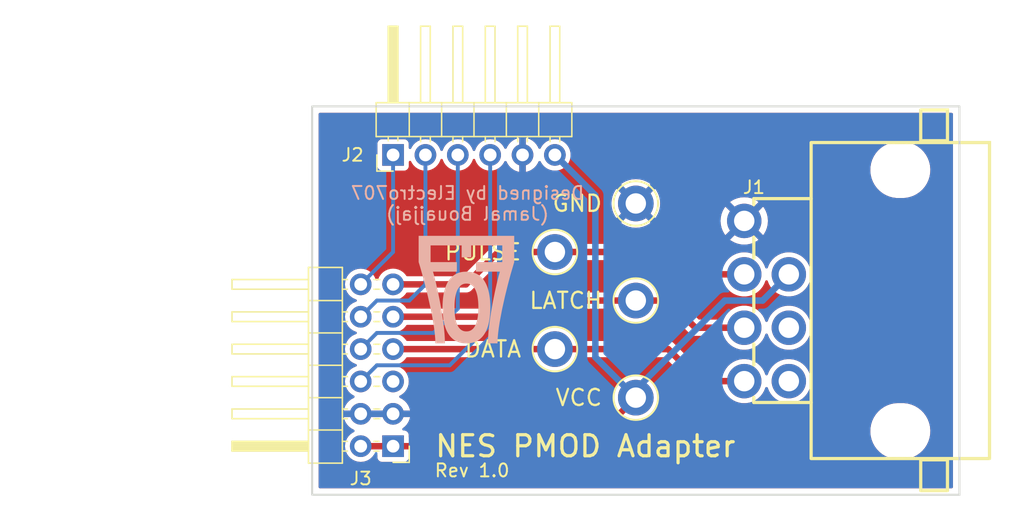
<source format=kicad_pcb>
(kicad_pcb (version 20221018) (generator pcbnew)
  (layers (0 "F.Cu" signal) (31 "B.Cu" signal) (34 "B.Paste" user) (35 "F.Paste" user) (36 "B.SilkS" user "B.Silkscreen") (37 "F.SilkS" user "F.Silkscreen") (38 "B.Mask" user) (39 "F.Mask" user) (44 "Edge.Cuts" user))
  (net 0 "")
  (net 1 "GND")
  (net 2 "/C_PULSE")
  (net 3 "/C_LATCH")
  (net 4 "/C_DATA")
  (net 7 "VCC")
  (net 8 "Net-(J2-Pin_1)")
  (net 9 "Net-(J2-Pin_2)")
  (net 10 "Net-(J2-Pin_3)")
  (net 11 "Net-(J2-Pin_4)")
  (footprint "TestPoint:TestPoint_Keystone_5005-5009_Compact" (layer "F.Cu") (at 116.84 50.8)
    (fp_text reference "TP4" hide)
    (fp_text value "TestPoint")
    (fp_circle (center 0 0) (end 1.75 0) (stroke (width 0.15)) (fill none) (layer "F.SilkS"))
    (pad "1" thru_hole circle (at 0 0) (size 2.8 2.8) (drill 1.6) (layers "*.Cu" "*.Mask") (net 1 "GND"))
  )
  (footprint "TestPoint:TestPoint_Keystone_5005-5009_Compact" (layer "F.Cu") (at 110.49 54.61)
    (fp_text reference "TP2" hide)
    (fp_text value "TestPoint")
    (fp_circle (center 0 0) (end 1.75 0) (stroke (width 0.15)) (fill none) (layer "F.SilkS"))
    (pad "1" thru_hole circle (at 0 0) (size 2.8 2.8) (drill 1.6) (layers "*.Cu" "*.Mask") (net 2 "/C_PULSE"))
  )
  (footprint "Connector_PinHeader_2.54mm:PinHeader_1x06_P2.54mm_Horizontal" (layer "F.Cu") (at 97.79 46.99 90)
    (fp_text reference "J2" (at 0 -3.175 180) (layer "F.SilkS"))
    (fp_text value "Conn_01x06")
    (fp_line (start -1.27 -1.27) (end 0 -1.27) (stroke (width 0.12)) (layer "F.SilkS"))
    (fp_line (start -1.27 0) (end -1.27 -1.27) (stroke (width 0.12)) (layer "F.SilkS"))
    (fp_line (start 1.042929 2.16) (end 1.44 2.16) (stroke (width 0.12)) (layer "F.SilkS"))
    (fp_line (start 1.042929 2.92) (end 1.44 2.92) (stroke (width 0.12)) (layer "F.SilkS"))
    (fp_line (start 1.042929 4.7) (end 1.44 4.7) (stroke (width 0.12)) (layer "F.SilkS"))
    (fp_line (start 1.042929 5.46) (end 1.44 5.46) (stroke (width 0.12)) (layer "F.SilkS"))
    (fp_line (start 1.042929 7.24) (end 1.44 7.24) (stroke (width 0.12)) (layer "F.SilkS"))
    (fp_line (start 1.042929 8) (end 1.44 8) (stroke (width 0.12)) (layer "F.SilkS"))
    (fp_line (start 1.042929 9.78) (end 1.44 9.78) (stroke (width 0.12)) (layer "F.SilkS"))
    (fp_line (start 1.042929 10.54) (end 1.44 10.54) (stroke (width 0.12)) (layer "F.SilkS"))
    (fp_line (start 1.042929 12.32) (end 1.44 12.32) (stroke (width 0.12)) (layer "F.SilkS"))
    (fp_line (start 1.042929 13.08) (end 1.44 13.08) (stroke (width 0.12)) (layer "F.SilkS"))
    (fp_line (start 1.11 -0.38) (end 1.44 -0.38) (stroke (width 0.12)) (layer "F.SilkS"))
    (fp_line (start 1.11 0.38) (end 1.44 0.38) (stroke (width 0.12)) (layer "F.SilkS"))
    (fp_line (start 1.44 -1.33) (end 1.44 14.03) (stroke (width 0.12)) (layer "F.SilkS"))
    (fp_line (start 1.44 1.27) (end 4.1 1.27) (stroke (width 0.12)) (layer "F.SilkS"))
    (fp_line (start 1.44 3.81) (end 4.1 3.81) (stroke (width 0.12)) (layer "F.SilkS"))
    (fp_line (start 1.44 6.35) (end 4.1 6.35) (stroke (width 0.12)) (layer "F.SilkS"))
    (fp_line (start 1.44 8.89) (end 4.1 8.89) (stroke (width 0.12)) (layer "F.SilkS"))
    (fp_line (start 1.44 11.43) (end 4.1 11.43) (stroke (width 0.12)) (layer "F.SilkS"))
    (fp_line (start 1.44 14.03) (end 4.1 14.03) (stroke (width 0.12)) (layer "F.SilkS"))
    (fp_line (start 4.1 -1.33) (end 1.44 -1.33) (stroke (width 0.12)) (layer "F.SilkS"))
    (fp_line (start 4.1 -0.38) (end 10.1 -0.38) (stroke (width 0.12)) (layer "F.SilkS"))
    (fp_line (start 4.1 -0.32) (end 10.1 -0.32) (stroke (width 0.12)) (layer "F.SilkS"))
    (fp_line (start 4.1 -0.2) (end 10.1 -0.2) (stroke (width 0.12)) (layer "F.SilkS"))
    (fp_line (start 4.1 -0.08) (end 10.1 -0.08) (stroke (width 0.12)) (layer "F.SilkS"))
    (fp_line (start 4.1 0.04) (end 10.1 0.04) (stroke (width 0.12)) (layer "F.SilkS"))
    (fp_line (start 4.1 0.16) (end 10.1 0.16) (stroke (width 0.12)) (layer "F.SilkS"))
    (fp_line (start 4.1 0.28) (end 10.1 0.28) (stroke (width 0.12)) (layer "F.SilkS"))
    (fp_line (start 4.1 2.16) (end 10.1 2.16) (stroke (width 0.12)) (layer "F.SilkS"))
    (fp_line (start 4.1 4.7) (end 10.1 4.7) (stroke (width 0.12)) (layer "F.SilkS"))
    (fp_line (start 4.1 7.24) (end 10.1 7.24) (stroke (width 0.12)) (layer "F.SilkS"))
    (fp_line (start 4.1 9.78) (end 10.1 9.78) (stroke (width 0.12)) (layer "F.SilkS"))
    (fp_line (start 4.1 12.32) (end 10.1 12.32) (stroke (width 0.12)) (layer "F.SilkS"))
    (fp_line (start 4.1 14.03) (end 4.1 -1.33) (stroke (width 0.12)) (layer "F.SilkS"))
    (fp_line (start 10.1 -0.38) (end 10.1 0.38) (stroke (width 0.12)) (layer "F.SilkS"))
    (fp_line (start 10.1 0.38) (end 4.1 0.38) (stroke (width 0.12)) (layer "F.SilkS"))
    (fp_line (start 10.1 2.16) (end 10.1 2.92) (stroke (width 0.12)) (layer "F.SilkS"))
    (fp_line (start 10.1 2.92) (end 4.1 2.92) (stroke (width 0.12)) (layer "F.SilkS"))
    (fp_line (start 10.1 4.7) (end 10.1 5.46) (stroke (width 0.12)) (layer "F.SilkS"))
    (fp_line (start 10.1 5.46) (end 4.1 5.46) (stroke (width 0.12)) (layer "F.SilkS"))
    (fp_line (start 10.1 7.24) (end 10.1 8) (stroke (width 0.12)) (layer "F.SilkS"))
    (fp_line (start 10.1 8) (end 4.1 8) (stroke (width 0.12)) (layer "F.SilkS"))
    (fp_line (start 10.1 9.78) (end 10.1 10.54) (stroke (width 0.12)) (layer "F.SilkS"))
    (fp_line (start 10.1 10.54) (end 4.1 10.54) (stroke (width 0.12)) (layer "F.SilkS"))
    (fp_line (start 10.1 12.32) (end 10.1 13.08) (stroke (width 0.12)) (layer "F.SilkS"))
    (fp_line (start 10.1 13.08) (end 4.1 13.08) (stroke (width 0.12)) (layer "F.SilkS"))
    (pad "1" thru_hole rect (at 0 0 90) (size 1.7 1.7) (drill 1) (layers "*.Cu" "*.Mask") (net 8 "Net-(J2-Pin_1)"))
    (pad "2" thru_hole oval (at 0 2.54 90) (size 1.7 1.7) (drill 1) (layers "*.Cu" "*.Mask") (net 9 "Net-(J2-Pin_2)"))
    (pad "3" thru_hole oval (at 0 5.08 90) (size 1.7 1.7) (drill 1) (layers "*.Cu" "*.Mask") (net 10 "Net-(J2-Pin_3)"))
    (pad "4" thru_hole oval (at 0 7.62 90) (size 1.7 1.7) (drill 1) (layers "*.Cu" "*.Mask") (net 11 "Net-(J2-Pin_4)"))
    (pad "5" thru_hole oval (at 0 10.16 90) (size 1.7 1.7) (drill 1) (layers "*.Cu" "*.Mask") (net 1 "GND"))
    (pad "6" thru_hole oval (at 0 12.7 90) (size 1.7 1.7) (drill 1) (layers "*.Cu" "*.Mask") (net 7 "VCC"))
  )
  (footprint "TestPoint:TestPoint_Keystone_5005-5009_Compact" (layer "F.Cu") (at 116.84 58.42)
    (fp_text reference "TP3" hide)
    (fp_text value "TestPoint")
    (fp_circle (center 0 0) (end 1.75 0) (stroke (width 0.15)) (fill none) (layer "F.SilkS"))
    (pad "1" thru_hole circle (at 0 0) (size 2.8 2.8) (drill 1.6) (layers "*.Cu" "*.Mask") (net 3 "/C_LATCH"))
  )
  (footprint "TestPoint:TestPoint_Keystone_5005-5009_Compact" (layer "F.Cu") (at 110.49 62.23)
    (fp_text reference "TP1" hide)
    (fp_text value "TestPoint")
    (fp_circle (center 0 0) (end 1.75 0) (stroke (width 0.15)) (fill none) (layer "F.SilkS"))
    (pad "1" thru_hole circle (at 0 0) (size 2.8 2.8) (drill 1.6) (layers "*.Cu" "*.Mask") (net 4 "/C_DATA"))
  )
  (footprint "NESLibrary:NES controller port" (layer "F.Cu") (at 130.35 58.42 90)
    (fp_text reference "J1" (at 8.89 -4.239 unlocked) (layer "F.SilkS"))
    (fp_text value "NES Controller")
    (fp_line (start -8 -4.25) (end -8 0.25) (stroke (width 0.254)) (layer "F.SilkS"))
    (fp_line (start -8 -4.25) (end -7.6 -4.25) (stroke (width 0.254)) (layer "F.SilkS"))
    (fp_line (start -3.41 -4.25) (end -5.05 -4.25) (stroke (width 0.254)) (layer "F.SilkS"))
    (fp_line (start 0.78 -4.25) (end -0.86 -4.25) (stroke (width 0.254)) (layer "F.SilkS"))
    (fp_line (start 4.97 -4.25) (end 3.33 -4.25) (stroke (width 0.254)) (layer "F.SilkS"))
    (fp_line (start 8 -4.25) (end 7.53 -4.25) (stroke (width 0.254)) (layer "F.SilkS"))
    (fp_line (start 8 0.25) (end 8 -4.25) (stroke (width 0.254)) (layer "F.SilkS"))
    (fp_rect (start -12.5 10.95) (end -14.913 8.85) (stroke (width 0.254)) (fill none) (layer "F.SilkS"))
    (fp_rect (start 12.4 14.25) (end -12.4 0.25) (stroke (width 0.254)) (fill none) (layer "F.SilkS"))
    (fp_rect (start 14.9565 10.95) (end 12.5435 8.85) (stroke (width 0.254)) (fill none) (layer "F.SilkS"))
    (pad "" np_thru_hole oval (at -10.25 7.25 90) (size 3.9 4.2) (drill oval 3.9 4.2) (layers "F&B.Cu" "*.Mask"))
    (pad "" np_thru_hole oval (at 10.25 7.25 90) (size 3.9 4.2) (drill oval 3.9 4.2) (layers "F&B.Cu" "*.Mask"))
    (pad "1" thru_hole circle (at 6.25 -5 90) (size 2.7 2.7) (drill 1.6) (layers "*.Cu" "*.Mask") (net 1 "GND"))
    (pad "2" thru_hole circle (at 2.057 -5 90) (size 2.7 2.7) (drill 1.6) (layers "*.Cu" "*.Mask") (net 2 "/C_PULSE"))
    (pad "3" thru_hole circle (at -2.134 -5 90) (size 2.7 2.7) (drill 1.6) (layers "*.Cu" "*.Mask") (net 3 "/C_LATCH"))
    (pad "4" thru_hole circle (at -6.325 -5 90) (size 2.7 2.7) (drill 1.6) (layers "*.Cu" "*.Mask") (net 4 "/C_DATA"))
    (pad "5" thru_hole circle (at -6.325 -1.5 90) (size 2.7 2.7) (drill 1.6) (layers "*.Cu" "*.Mask"))
    (pad "6" thru_hole circle (at -2.134 -1.5 90) (size 2.7 2.7) (drill 1.6) (layers "*.Cu" "*.Mask"))
    (pad "7" thru_hole circle (at 2.057 -1.5 90) (size 2.7 2.7) (drill 1.6) (layers "*.Cu" "*.Mask") (net 7 "VCC"))
  )
  (footprint "TestPoint:TestPoint_Keystone_5005-5009_Compact" (layer "F.Cu") (at 116.84 66.04)
    (fp_text reference "TP5" hide)
    (fp_text value "TestPoint")
    (fp_circle (center 0 0) (end 1.75 0) (stroke (width 0.15)) (fill none) (layer "F.SilkS"))
    (pad "1" thru_hole circle (at 0 0) (size 2.8 2.8) (drill 1.6) (layers "*.Cu" "*.Mask") (net 7 "VCC"))
  )
  (footprint "Connector_PinHeader_2.54mm:PinHeader_2x06_P2.54mm_Horizontal" (layer "F.Cu") (at 97.79 69.85 180)
    (fp_text reference "J3" (at 2.54 -2.54) (layer "F.SilkS"))
    (fp_text value "Conn_02x06_Counter_Clockwise")
    (fp_line (start -1.27 -1.27) (end 0 -1.27) (stroke (width 0.12)) (layer "F.SilkS"))
    (fp_line (start -1.27 0) (end -1.27 -1.27) (stroke (width 0.12)) (layer "F.SilkS"))
    (fp_line (start 1.042929 2.16) (end 1.497071 2.16) (stroke (width 0.12)) (layer "F.SilkS"))
    (fp_line (start 1.042929 2.92) (end 1.497071 2.92) (stroke (width 0.12)) (layer "F.SilkS"))
    (fp_line (start 1.042929 4.7) (end 1.497071 4.7) (stroke (width 0.12)) (layer "F.SilkS"))
    (fp_line (start 1.042929 5.46) (end 1.497071 5.46) (stroke (width 0.12)) (layer "F.SilkS"))
    (fp_line (start 1.042929 7.24) (end 1.497071 7.24) (stroke (width 0.12)) (layer "F.SilkS"))
    (fp_line (start 1.042929 8) (end 1.497071 8) (stroke (width 0.12)) (layer "F.SilkS"))
    (fp_line (start 1.042929 9.78) (end 1.497071 9.78) (stroke (width 0.12)) (layer "F.SilkS"))
    (fp_line (start 1.042929 10.54) (end 1.497071 10.54) (stroke (width 0.12)) (layer "F.SilkS"))
    (fp_line (start 1.042929 12.32) (end 1.497071 12.32) (stroke (width 0.12)) (layer "F.SilkS"))
    (fp_line (start 1.042929 13.08) (end 1.497071 13.08) (stroke (width 0.12)) (layer "F.SilkS"))
    (fp_line (start 1.11 -0.38) (end 1.497071 -0.38) (stroke (width 0.12)) (layer "F.SilkS"))
    (fp_line (start 1.11 0.38) (end 1.497071 0.38) (stroke (width 0.12)) (layer "F.SilkS"))
    (fp_line (start 3.582929 -0.38) (end 3.98 -0.38) (stroke (width 0.12)) (layer "F.SilkS"))
    (fp_line (start 3.582929 0.38) (end 3.98 0.38) (stroke (width 0.12)) (layer "F.SilkS"))
    (fp_line (start 3.582929 2.16) (end 3.98 2.16) (stroke (width 0.12)) (layer "F.SilkS"))
    (fp_line (start 3.582929 2.92) (end 3.98 2.92) (stroke (width 0.12)) (layer "F.SilkS"))
    (fp_line (start 3.582929 4.7) (end 3.98 4.7) (stroke (width 0.12)) (layer "F.SilkS"))
    (fp_line (start 3.582929 5.46) (end 3.98 5.46) (stroke (width 0.12)) (layer "F.SilkS"))
    (fp_line (start 3.582929 7.24) (end 3.98 7.24) (stroke (width 0.12)) (layer "F.SilkS"))
    (fp_line (start 3.582929 8) (end 3.98 8) (stroke (width 0.12)) (layer "F.SilkS"))
    (fp_line (start 3.582929 9.78) (end 3.98 9.78) (stroke (width 0.12)) (layer "F.SilkS"))
    (fp_line (start 3.582929 10.54) (end 3.98 10.54) (stroke (width 0.12)) (layer "F.SilkS"))
    (fp_line (start 3.582929 12.32) (end 3.98 12.32) (stroke (width 0.12)) (layer "F.SilkS"))
    (fp_line (start 3.582929 13.08) (end 3.98 13.08) (stroke (width 0.12)) (layer "F.SilkS"))
    (fp_line (start 3.98 -1.33) (end 3.98 14.03) (stroke (width 0.12)) (layer "F.SilkS"))
    (fp_line (start 3.98 1.27) (end 6.64 1.27) (stroke (width 0.12)) (layer "F.SilkS"))
    (fp_line (start 3.98 3.81) (end 6.64 3.81) (stroke (width 0.12)) (layer "F.SilkS"))
    (fp_line (start 3.98 6.35) (end 6.64 6.35) (stroke (width 0.12)) (layer "F.SilkS"))
    (fp_line (start 3.98 8.89) (end 6.64 8.89) (stroke (width 0.12)) (layer "F.SilkS"))
    (fp_line (start 3.98 11.43) (end 6.64 11.43) (stroke (width 0.12)) (layer "F.SilkS"))
    (fp_line (start 3.98 14.03) (end 6.64 14.03) (stroke (width 0.12)) (layer "F.SilkS"))
    (fp_line (start 6.64 -1.33) (end 3.98 -1.33) (stroke (width 0.12)) (layer "F.SilkS"))
    (fp_line (start 6.64 -0.38) (end 12.64 -0.38) (stroke (width 0.12)) (layer "F.SilkS"))
    (fp_line (start 6.64 -0.32) (end 12.64 -0.32) (stroke (width 0.12)) (layer "F.SilkS"))
    (fp_line (start 6.64 -0.2) (end 12.64 -0.2) (stroke (width 0.12)) (layer "F.SilkS"))
    (fp_line (start 6.64 -0.08) (end 12.64 -0.08) (stroke (width 0.12)) (layer "F.SilkS"))
    (fp_line (start 6.64 0.04) (end 12.64 0.04) (stroke (width 0.12)) (layer "F.SilkS"))
    (fp_line (start 6.64 0.16) (end 12.64 0.16) (stroke (width 0.12)) (layer "F.SilkS"))
    (fp_line (start 6.64 0.28) (end 12.64 0.28) (stroke (width 0.12)) (layer "F.SilkS"))
    (fp_line (start 6.64 2.16) (end 12.64 2.16) (stroke (width 0.12)) (layer "F.SilkS"))
    (fp_line (start 6.64 4.7) (end 12.64 4.7) (stroke (width 0.12)) (layer "F.SilkS"))
    (fp_line (start 6.64 7.24) (end 12.64 7.24) (stroke (width 0.12)) (layer "F.SilkS"))
    (fp_line (start 6.64 9.78) (end 12.64 9.78) (stroke (width 0.12)) (layer "F.SilkS"))
    (fp_line (start 6.64 12.32) (end 12.64 12.32) (stroke (width 0.12)) (layer "F.SilkS"))
    (fp_line (start 6.64 14.03) (end 6.64 -1.33) (stroke (width 0.12)) (layer "F.SilkS"))
    (fp_line (start 12.64 -0.38) (end 12.64 0.38) (stroke (width 0.12)) (layer "F.SilkS"))
    (fp_line (start 12.64 0.38) (end 6.64 0.38) (stroke (width 0.12)) (layer "F.SilkS"))
    (fp_line (start 12.64 2.16) (end 12.64 2.92) (stroke (width 0.12)) (layer "F.SilkS"))
    (fp_line (start 12.64 2.92) (end 6.64 2.92) (stroke (width 0.12)) (layer "F.SilkS"))
    (fp_line (start 12.64 4.7) (end 12.64 5.46) (stroke (width 0.12)) (layer "F.SilkS"))
    (fp_line (start 12.64 5.46) (end 6.64 5.46) (stroke (width 0.12)) (layer "F.SilkS"))
    (fp_line (start 12.64 7.24) (end 12.64 8) (stroke (width 0.12)) (layer "F.SilkS"))
    (fp_line (start 12.64 8) (end 6.64 8) (stroke (width 0.12)) (layer "F.SilkS"))
    (fp_line (start 12.64 9.78) (end 12.64 10.54) (stroke (width 0.12)) (layer "F.SilkS"))
    (fp_line (start 12.64 10.54) (end 6.64 10.54) (stroke (width 0.12)) (layer "F.SilkS"))
    (fp_line (start 12.64 12.32) (end 12.64 13.08) (stroke (width 0.12)) (layer "F.SilkS"))
    (fp_line (start 12.64 13.08) (end 6.64 13.08) (stroke (width 0.12)) (layer "F.SilkS"))
    (pad "1" thru_hole rect (at 0 0 180) (size 1.7 1.7) (drill 1) (layers "*.Cu" "*.Mask") (net 7 "VCC"))
    (pad "2" thru_hole oval (at 2.54 0 180) (size 1.7 1.7) (drill 1) (layers "*.Cu" "*.Mask") (net 7 "VCC"))
    (pad "3" thru_hole oval (at 0 2.54 180) (size 1.7 1.7) (drill 1) (layers "*.Cu" "*.Mask") (net 1 "GND"))
    (pad "4" thru_hole oval (at 2.54 2.54 180) (size 1.7 1.7) (drill 1) (layers "*.Cu" "*.Mask") (net 1 "GND"))
    (pad "5" thru_hole oval (at 0 5.08 180) (size 1.7 1.7) (drill 1) (layers "*.Cu" "*.Mask"))
    (pad "6" thru_hole oval (at 2.54 5.08 180) (size 1.7 1.7) (drill 1) (layers "*.Cu" "*.Mask") (net 11 "Net-(J2-Pin_4)"))
    (pad "7" thru_hole oval (at 0 7.62 180) (size 1.7 1.7) (drill 1) (layers "*.Cu" "*.Mask") (net 4 "/C_DATA"))
    (pad "8" thru_hole oval (at 2.54 7.62 180) (size 1.7 1.7) (drill 1) (layers "*.Cu" "*.Mask") (net 10 "Net-(J2-Pin_3)"))
    (pad "9" thru_hole oval (at 0 10.16 180) (size 1.7 1.7) (drill 1) (layers "*.Cu" "*.Mask") (net 3 "/C_LATCH"))
    (pad "10" thru_hole oval (at 2.54 10.16 180) (size 1.7 1.7) (drill 1) (layers "*.Cu" "*.Mask") (net 9 "Net-(J2-Pin_2)"))
    (pad "11" thru_hole oval (at 0 12.7 180) (size 1.7 1.7) (drill 1) (layers "*.Cu" "*.Mask") (net 2 "/C_PULSE"))
    (pad "12" thru_hole oval (at 2.54 12.7 180) (size 1.7 1.7) (drill 1) (layers "*.Cu" "*.Mask") (net 8 "Net-(J2-Pin_1)"))
  )
  (gr_poly (pts (xy 107.296972 55.402465) (xy 107.01279 56.372192) (xy 106.799286 57.172362) (xy 106.570401 58.097777) (xy 106.350305 59.084715) (xy 106.163169 60.069456) (xy 106.089514 60.54109) (xy 106.033162 60.98828) (xy 105.997136 61.40306) (xy 105.984455 61.777465) (xy 105.234502 61.777465) (xy 105.242971 61.411484) (xy 105.267096 61.020509) (xy 105.304955 60.61031) (xy 105.354625 60.186653) (xy 105.414183 59.755306) (xy 105.481707 59.322037) (xy 105.632959 58.472803) (xy 105.793 57.685093) (xy 105.946449 57.005048) (xy 106.077923 56.478809) (xy 106.172041 56.152517) (xy 104.296962 56.152517) (xy 104.296962 55.402465) (xy 106.35953 55.402465) (xy 106.359503 54.09) (xy 103.922003 54.09) (xy 103.922003 55.0275) (xy 103.172004 55.0275) (xy 103.172004 54.09) (xy 100.734503 54.09) (xy 100.734486 55.402465) (xy 102.796957 55.402465) (xy 102.796957 56.152517) (xy 100.921975 56.152517) (xy 101.016093 56.478809) (xy 101.147567 57.005048) (xy 101.301015 57.685093) (xy 101.461057 58.472803) (xy 101.612309 59.322036) (xy 101.739391 60.186652) (xy 101.789061 60.610309) (xy 101.82692 61.020509) (xy 101.851045 61.411483) (xy 101.859514 61.777465) (xy 101.109463 61.777465) (xy 101.096784 61.40306) (xy 101.06076 60.98828) (xy 101.004414 60.54109) (xy 100.930765 60.069456) (xy 100.842834 59.581343) (xy 100.743644 59.084715) (xy 100.523566 58.097777) (xy 100.294699 57.172362) (xy 100.08121 56.372192) (xy 99.907269 55.760986) (xy 99.797043 55.402465) (xy 99.797004 53.34) (xy 107.297002 53.34)) (fill solid) (layer "B.SilkS"))
  (gr_poly (pts (xy 103.547009 56.152465) (xy 103.547008 56.152465) (xy 103.547009 56.152465)) (fill solid) (layer "B.SilkS"))
  (gr_poly (pts (xy 103.73524 56.15796) (xy 103.859293 56.171007) (xy 103.998177 56.196414) (xy 104.148048 56.238301) (xy 104.305059 56.300788) (xy 104.385041 56.341043) (xy 104.465367 56.387993) (xy 104.545555 56.442154) (xy 104.625125 56.504038) (xy 104.703596 56.574163) (xy 104.780488 56.653042) (xy 104.85532 56.741191) (xy 104.927612 56.839125) (xy 104.996882 56.947359) (xy 105.062651 57.066407) (xy 105.124437 57.196784) (xy 105.181759 57.339006) (xy 105.234138 57.493588) (xy 105.281093 57.661044) (xy 105.322142 57.84189) (xy 105.356806 58.036641) (xy 105.384603 58.24581) (xy 105.405054 58.469914) (xy 105.417676 58.709468) (xy 105.421991 58.964986) (xy 105.417676 59.220504) (xy 105.405054 59.460058) (xy 105.384603 59.684162) (xy 105.356806 59.893332) (xy 105.322142 60.088082) (xy 105.281093 60.268928) (xy 105.234138 60.436384) (xy 105.181759 60.590966) (xy 105.124436 60.733188) (xy 105.06265 60.863566) (xy 104.996882 60.982614) (xy 104.927612 61.090848) (xy 104.85532 61.188782) (xy 104.780488 61.276931) (xy 104.703596 61.35581) (xy 104.625125 61.425935) (xy 104.545555 61.48782) (xy 104.465367 61.54198) (xy 104.385042 61.588931) (xy 104.30506 61.629186) (xy 104.225902 61.663262) (xy 104.148048 61.691673) (xy 104.07198 61.714934) (xy 103.998178 61.73356) (xy 103.859293 61.758967) (xy 103.73524 61.772015) (xy 103.547009 61.777509) (xy 103.358777 61.772015) (xy 103.234724 61.758967) (xy 103.095839 61.73356) (xy 102.945969 61.691673) (xy 102.788957 61.629186) (xy 102.708975 61.588931) (xy 102.62865 61.54198) (xy 102.548462 61.48782) (xy 102.468892 61.425935) (xy 102.390421 61.35581) (xy 102.313529 61.276931) (xy 102.238697 61.188782) (xy 102.166405 61.090848) (xy 102.097135 60.982614) (xy 102.031366 60.863566) (xy 101.96958 60.733188) (xy 101.912258 60.590966) (xy 101.859879 60.436384) (xy 101.812924 60.268928) (xy 101.771874 60.088082) (xy 101.737211 59.893332) (xy 101.709413 59.684162) (xy 101.688963 59.460058) (xy 101.67634 59.220504) (xy 101.672026 58.964986) (xy 102.609469 58.964986) (xy 102.611626 59.135331) (xy 102.617938 59.295033) (xy 102.628164 59.444436) (xy 102.642063 59.583882) (xy 102.659396 59.713715) (xy 102.679922 59.834278) (xy 102.703401 59.945914) (xy 102.729592 60.048968) (xy 102.758255 60.143781) (xy 102.78915 60.230699) (xy 102.822036 60.310063) (xy 102.856674 60.382217) (xy 102.892822 60.447505) (xy 102.93024 60.506269) (xy 102.968688 60.558854) (xy 103.007926 60.605602) (xy 103.047713 60.646858) (xy 103.08781 60.682963) (xy 103.127974 60.714262) (xy 103.167968 60.741097) (xy 103.207549 60.763813) (xy 103.246477 60.782752) (xy 103.284513 60.798258) (xy 103.321416 60.810675) (xy 103.356946 60.820344) (xy 103.390862 60.827611) (xy 103.452891 60.836307) (xy 103.505581 60.839511) (xy 103.547009 60.839969) (xy 103.641127 60.836307) (xy 103.703156 60.827611) (xy 103.772601 60.810675) (xy 103.84754 60.782752) (xy 103.92605 60.741097) (xy 104.006208 60.682963) (xy 104.046304 60.646858) (xy 104.086091 60.605602) (xy 104.125329 60.558854) (xy 104.163777 60.506269) (xy 104.201196 60.447505) (xy 104.237343 60.382217) (xy 104.271981 60.310063) (xy 104.304867 60.230699) (xy 104.335762 60.143781) (xy 104.364425 60.048968) (xy 104.390616 59.945914) (xy 104.414095 59.834278) (xy 104.434621 59.713715) (xy 104.451954 59.583882) (xy 104.465853 59.444436) (xy 104.476079 59.295033) (xy 104.482391 59.135331) (xy 104.484548 58.964986) (xy 104.482391 58.794641) (xy 104.476079 58.634939) (xy 104.465853 58.485536) (xy 104.451954 58.34609) (xy 104.434621 58.216258) (xy 104.414095 58.095695) (xy 104.390616 57.984058) (xy 104.364425 57.881005) (xy 104.335762 57.786191) (xy 104.304867 57.699274) (xy 104.271981 57.61991) (xy 104.237344 57.547756) (xy 104.201196 57.482468) (xy 104.163777 57.423703) (xy 104.125329 57.371118) (xy 104.086091 57.32437) (xy 104.046304 57.283115) (xy 104.006208 57.24701) (xy 103.966043 57.215711) (xy 103.92605 57.188876) (xy 103.886469 57.16616) (xy 103.84754 57.147221) (xy 103.809504 57.131715) (xy 103.772601 57.119299) (xy 103.737072 57.109629) (xy 103.703156 57.102363) (xy 103.641127 57.093666) (xy 103.588437 57.090463) (xy 103.547009 57.090006) (xy 103.452891 57.093667) (xy 103.390862 57.102363) (xy 103.321416 57.119299) (xy 103.246477 57.147222) (xy 103.167968 57.188876) (xy 103.08781 57.247011) (xy 103.047713 57.283116) (xy 103.007926 57.324371) (xy 102.968688 57.371119) (xy 102.93024 57.423704) (xy 102.892822 57.482468) (xy 102.856674 57.547756) (xy 102.822036 57.61991) (xy 102.78915 57.699274) (xy 102.758255 57.786191) (xy 102.729592 57.881005) (xy 102.703401 57.984058) (xy 102.679922 58.095695) (xy 102.659396 58.216258) (xy 102.642063 58.34609) (xy 102.628164 58.485536) (xy 102.617938 58.634939) (xy 102.611626 58.794641) (xy 102.609469 58.964986) (xy 101.672026 58.964986) (xy 101.67634 58.709468) (xy 101.688963 58.469915) (xy 101.709413 58.245811) (xy 101.737211 58.036641) (xy 101.771875 57.841891) (xy 101.812924 57.661045) (xy 101.859879 57.493589) (xy 101.912258 57.339007) (xy 101.96958 57.196785) (xy 102.031366 57.066407) (xy 102.097135 56.947359) (xy 102.166405 56.839126) (xy 102.238697 56.741192) (xy 102.313529 56.653043) (xy 102.390421 56.574164) (xy 102.468892 56.504039) (xy 102.548462 56.442154) (xy 102.62865 56.387994) (xy 102.708976 56.341044) (xy 102.788958 56.300788) (xy 102.868116 56.266712) (xy 102.945969 56.238301) (xy 103.022037 56.21504) (xy 103.09584 56.196414) (xy 103.234724 56.171007) (xy 103.358777 56.15796) (xy 103.547009 56.152465)) (fill solid) (layer "B.SilkS"))
  (gr_poly (pts (xy 142.24 73.66) (xy 91.44 73.66) (xy 91.44 50.8) (xy 91.44 43.18) (xy 142.24 43.18)) (stroke (width 0.1524)) (fill none) (layer "Edge.Cuts"))
  (gr_text "Designed by Electro707\n(Jamal Bouajjaj)" (at 103.632 50.8) (layer "B.SilkS") (effects (font (size 1.016 1.016) (thickness 0.1524)) (justify mirror)))
  (gr_text "GND" (at 114.3 50.8) (layer "F.SilkS") (effects (font (size 1.27 1.27) (thickness 0.1778)) (justify right)))
  (gr_text "PULSE" (at 107.95 54.61) (layer "F.SilkS") (effects (font (size 1.27 1.27) (thickness 0.1778)) (justify right)))
  (gr_text "DATA" (at 107.95 62.23) (layer "F.SilkS") (effects (font (size 1.27 1.27) (thickness 0.1778)) (justify right)))
  (gr_text "LATCH" (at 114.3 58.42) (layer "F.SilkS") (effects (font (size 1.27 1.27) (thickness 0.1778)) (justify right)))
  (gr_text "NES PMOD Adapter" (at 100.965 69.85) (layer "F.SilkS") (effects (font (size 1.651 1.651) (thickness 0.254)) (justify left)))
  (gr_text "VCC" (at 114.3 66.04) (layer "F.SilkS") (effects (font (size 1.27 1.27) (thickness 0.1778)) (justify right)))
  (gr_text "Rev 1.0" (at 100.965 71.755) (layer "F.SilkS") (effects (font (size 1.016 1.016) (thickness 0.1524)) (justify left)))
  (segment (start 120.015 54.61) (end 121.768 56.363) (width 0.508) (layer "F.Cu") (net 2))
  (segment (start 121.768 56.363) (end 125.35 56.363) (width 0.508) (layer "F.Cu") (net 2))
  (segment (start 106.045 54.61) (end 110.49 54.61) (width 0.508) (layer "F.Cu") (net 2))
  (segment (start 97.79 57.15) (end 103.505 57.15) (width 0.508) (layer "F.Cu") (net 2))
  (segment (start 110.49 54.61) (end 120.015 54.61) (width 0.508) (layer "F.Cu") (net 2))
  (segment (start 103.505 57.15) (end 106.045 54.61) (width 0.508) (layer "F.Cu") (net 2))
  (segment (start 109.22 58.42) (end 116.84 58.42) (width 0.508) (layer "F.Cu") (net 3))
  (segment (start 97.79 59.69) (end 107.95 59.69) (width 0.508) (layer "F.Cu") (net 3))
  (segment (start 116.84 58.42) (end 119.38 58.42) (width 0.508) (layer "F.Cu") (net 3))
  (segment (start 119.38 58.42) (end 121.514 60.554) (width 0.508) (layer "F.Cu") (net 3))
  (segment (start 107.95 59.69) (end 109.22 58.42) (width 0.508) (layer "F.Cu") (net 3))
  (segment (start 121.514 60.554) (end 125.35 60.554) (width 0.508) (layer "F.Cu") (net 3))
  (segment (start 97.79 62.23) (end 110.49 62.23) (width 0.508) (layer "F.Cu") (net 4))
  (segment (start 110.49 62.23) (end 119.38 62.23) (width 0.508) (layer "F.Cu") (net 4))
  (segment (start 121.895 64.745) (end 125.35 64.745) (width 0.508) (layer "F.Cu") (net 4))
  (segment (start 119.38 62.23) (end 121.895 64.745) (width 0.508) (layer "F.Cu") (net 4))
  (segment (start 97.79 69.85) (end 95.25 69.85) (width 0.508) (layer "F.Cu") (net 7))
  (segment (start 113.03 69.85) (end 97.79 69.85) (width 0.508) (layer "F.Cu") (net 7))
  (segment (start 116.84 66.04) (end 113.03 69.85) (width 0.508) (layer "F.Cu") (net 7))
  (segment (start 113.665 50.165) (end 113.665 62.865) (width 0.508) (layer "B.Cu") (net 7))
  (segment (start 113.665 62.865) (end 116.84 66.04) (width 0.508) (layer "B.Cu") (net 7))
  (segment (start 123.825 58.42) (end 126.793 58.42) (width 0.508) (layer "B.Cu") (net 7))
  (segment (start 116.84 66.04) (end 116.84 65.405) (width 0.508) (layer "B.Cu") (net 7))
  (segment (start 116.84 65.405) (end 123.825 58.42) (width 0.508) (layer "B.Cu") (net 7))
  (segment (start 110.49 46.99) (end 113.665 50.165) (width 0.508) (layer "B.Cu") (net 7))
  (segment (start 126.793 58.42) (end 128.85 56.363) (width 0.508) (layer "B.Cu") (net 7))
  (segment (start 97.79 54.61) (end 97.79 46.99) (width 0.3048) (layer "B.Cu") (net 8))
  (segment (start 95.25 57.15) (end 97.79 54.61) (width 0.3048) (layer "B.Cu") (net 8))
  (segment (start 99.06 58.42) (end 100.33 57.15) (width 0.3048) (layer "B.Cu") (net 9))
  (segment (start 100.33 57.15) (end 100.33 46.99) (width 0.3048) (layer "B.Cu") (net 9))
  (segment (start 95.25 59.69) (end 96.52 58.42) (width 0.3048) (layer "B.Cu") (net 9))
  (segment (start 96.52 58.42) (end 99.06 58.42) (width 0.3048) (layer "B.Cu") (net 9))
  (segment (start 100.965 60.96) (end 96.52 60.96) (width 0.3048) (layer "B.Cu") (net 10))
  (segment (start 102.87 59.055) (end 100.965 60.96) (width 0.3048) (layer "B.Cu") (net 10))
  (segment (start 102.87 46.99) (end 102.87 59.055) (width 0.3048) (layer "B.Cu") (net 10))
  (segment (start 96.52 60.96) (end 95.25 62.23) (width 0.3048) (layer "B.Cu") (net 10))
  (segment (start 105.41 60.325) (end 105.41 46.99) (width 0.3048) (layer "B.Cu") (net 11))
  (segment (start 95.25 64.77) (end 96.52 63.5) (width 0.3048) (layer "B.Cu") (net 11))
  (segment (start 102.235 63.5) (end 105.41 60.325) (width 0.3048) (layer "B.Cu") (net 11))
  (segment (start 96.52 63.5) (end 102.235 63.5) (width 0.3048) (layer "B.Cu") (net 11))
  (zone (net 1) (net_name "GND") (layers "F&B.Cu") (connect_pads (clearance 0.381)) (min_thickness 0.2032) (fill yes (thermal_gap 0.508) (thermal_bridge_width 0.508))
    (polygon (pts (xy 147.32 76.2) (xy 90.17 76.2) (xy 90.17 40.64) (xy 147.32 40.64)))
  )
)
</source>
